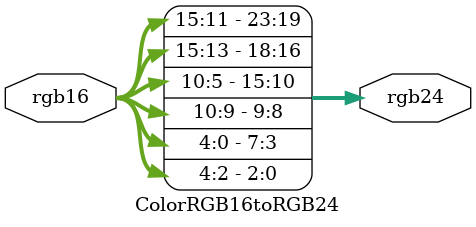
<source format=v>

/*
:Project
FPGA-Imaging-Library

:Design
ColorRGB16toRGB24

:Function
Covert 16bits-RGB to 24bits-RGB.

:Module
Main module

:Version
1.0

:Modified
2015-05-12

Copyright (C) 2015  Tianyu Dai (dtysky) <dtysky@outlook.com>

This library is free software; you can redistribute it and/or
modify it under the terms of the GNU Lesser General Public
License as published by the Free Software Foundation; either
version 2.1 of the License, or (at your option) any later version.

This library is distributed in the hope that it will be useful,
but WITHOUT ANY WARRANTY; without even the implied warranty of
MERCHANTABILITY or FITNESS FOR A PARTICULAR PURPOSE.  See the GNU
Lesser General Public License for more details.

You should have received a copy of the GNU Lesser General Public
License along with this library; if not, write to the Free Software
Foundation, Inc., 51 Franklin Street, Fifth Floor, Boston, MA  02110-1301  USA

Homepage for this project:
	http://fil.dtysky.moe

Sources for this project:
	https://github.com/dtysky/FPGA-Imaging-Library

My e-mail:
	dtysky@outlook.com

My blog:
	http://dtysky.moe

*/

`timescale 1ns / 1ps

module ColorRGB16toRGB24(
	input[15 : 0] rgb16,
	output[23 : 0] rgb24
    );

	assign rgb24[23 : 16] = {rgb16[15 : 11], rgb16[15 : 13]};
	assign rgb24[15:8] = {rgb16[10 : 5], rgb16[10 : 9]};
	assign rgb24[7:0] = {rgb16[4 : 0], rgb16[4 : 2]};

endmodule
</source>
